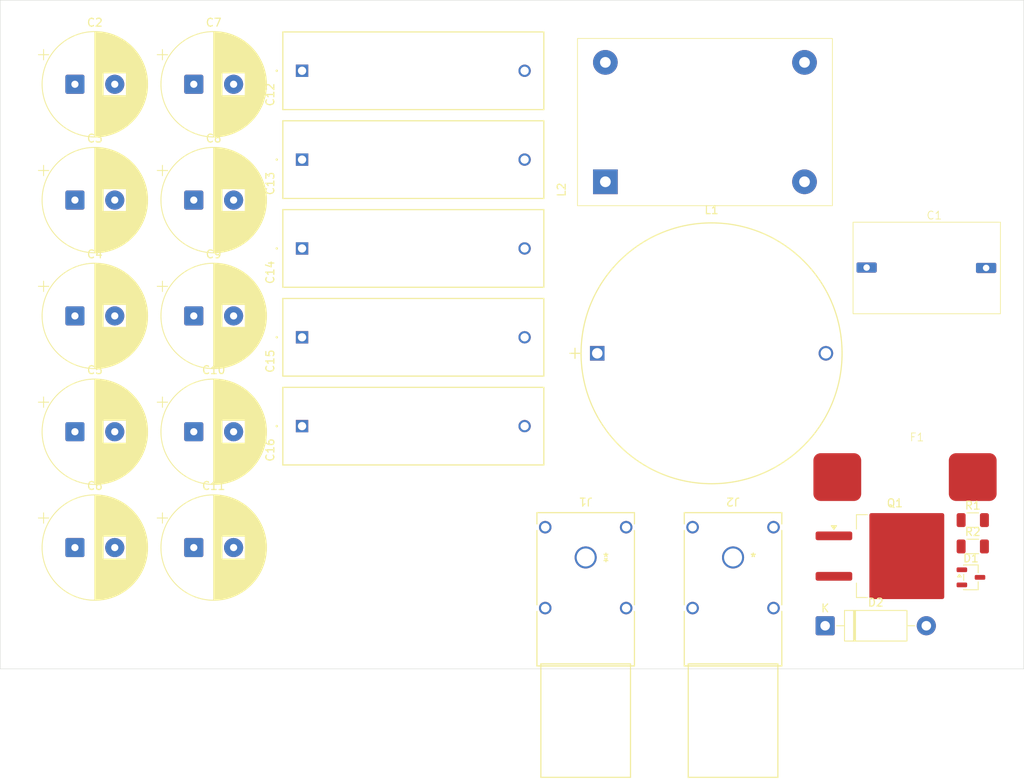
<source format=kicad_pcb>
(kicad_pcb (version 20241229) (generator "pcbnew") (generator_version "9.0")
  (layers (0 "F.Cu" signal) (2 "B.Cu" signal) (13 "F.Paste" user) (15 "B.Paste" user) (5 "F.SilkS" user "F.Silkscreen") (7 "B.SilkS" user "B.Silkscreen") (1 "F.Mask" user) (3 "B.Mask" user) (25 "Edge.Cuts" user))
  (net 0 "")
  (net 1 "-VIN")
  (net 2 "/EMI_Input_Filter/BUS+_RAW")
  (net 3 "/DC_Link_Caps/DC+")
  (net 4 "/DC_Link_Caps/DC-")
  (net 5 "+VIN")
  (net 6 "/EMI_Input_Filter/BUS+_Filtered")
  (net 7 "/EMI_Input_Filter/BUS-_Filtered")
  (net 8 "GND")
  (net 9 "/Input_Protection/Gate_node")
  (net 10 "/EMI_Input_Filter/+VIN_EMI")
  (net 11 "Net-(Q1-G)")
  (footprint "SiC_Inverter:MKP1848C52050JK2" (layer "F.Cu") (at 107.8936 57.52446)
    (property "Reference" "C13" (at -4 3 90) (layer "F.SilkS"))
    (property "Value" "2 uF")
    (pad "1" thru_hole rect (at 0 0) (size 1.5494 1.5494) (drill 1.0414) (layers "*.Cu" "*.Mask") (net 3 "/DC_Link_Caps/DC+"))
    (pad "2" thru_hole circle (at 27.94 0) (size 1.5494 1.5494) (drill 1.0414) (layers "*.Cu" "*.Mask") (net 4 "/DC_Link_Caps/DC-"))
  )
  (footprint "SiC_Inverter:MKP1848C52050JK2" (layer "F.Cu") (at 107.8936 46.36446)
    (property "Reference" "C12" (at -4 3 90) (layer "F.SilkS"))
    (property "Value" "2 uF")
    (pad "1" thru_hole rect (at 0 0) (size 1.5494 1.5494) (drill 1.0414) (layers "*.Cu" "*.Mask") (net 3 "/DC_Link_Caps/DC+"))
    (pad "2" thru_hole circle (at 27.94 0) (size 1.5494 1.5494) (drill 1.0414) (layers "*.Cu" "*.Mask") (net 4 "/DC_Link_Caps/DC-"))
  )
  (footprint "Package_TO_SOT_SMD:SOT-23-3" (layer "F.Cu") (at 191.8625 110)
    (property "Reference" "D1" (at 0 -2.4 0) (layer "F.SilkS"))
    (property "Value" "BZX84C15-7-F")
    (pad "1" smd roundrect (at -1.1375 -0.95) (size 1.325 0.6) (layers "F.Cu" "F.Mask" "F.Paste") (net 9 "/Input_Protection/Gate_node"))
    (pad "2" smd roundrect (at -1.1375 0.95) (size 1.325 0.6) (layers "F.Cu" "F.Mask" "F.Paste") (net 8 "GND"))
    (pad "3" smd roundrect (at 1.1375 0) (size 1.325 0.6) (layers "F.Cu" "F.Mask" "F.Paste"))
  )
  (footprint "SiC_Inverter:7448258022" (layer "F.Cu") (at 142.4712 63.30946)
    (property "Reference" "L2" (at -2 -2 90) (layer "F.SilkS"))
    (property "Value" "2.2 mH")
    (pad "1" thru_hole rect (at 3.5 -3) (size 3.1 3.1) (drill 1.35) (layers "*.Cu" "*.Mask") (net 2 "/EMI_Input_Filter/BUS+_RAW"))
    (pad "2" thru_hole circle (at 28.5 -3) (size 3.1 3.1) (drill 1.35) (layers "*.Cu" "*.Mask") (net 8 "GND"))
    (pad "3" thru_hole circle (at 28.5 -18) (size 3.1 3.1) (drill 1.35) (layers "*.Cu" "*.Mask") (net 7 "/EMI_Input_Filter/BUS-_Filtered"))
    (pad "4" thru_hole circle (at 3.5 -18) (size 3.1 3.1) (drill 1.35) (layers "*.Cu" "*.Mask") (net 6 "/EMI_Input_Filter/BUS+_Filtered"))
  )
  (footprint "SiC_Inverter:ESH226M500AL4AA" (layer "F.Cu") (at 79.380769 77.15946)
    (property "Reference" "C4" (at 2.5 -7.75 0) (layer "F.SilkS"))
    (property "Value" "22 uF")
    (pad "1" thru_hole roundrect (at 0 0) (size 2.4 2.4) (drill 0.9) (layers "*.Cu" "*.Mask") (roundrect_rratio 0.104167) (net 3 "/DC_Link_Caps/DC+"))
    (pad "2" thru_hole circle (at 5 0) (size 2.4 2.4) (drill 0.9) (layers "*.Cu" "*.Mask") (net 4 "/DC_Link_Caps/DC-"))
  )
  (footprint "SiC_Inverter:23AH8785-Black" (layer "F.Cu") (at 143.5 107.5 180)
    (property "Reference" "J1" (at 0 7 180) (layer "F.SilkS"))
    (property "Value" "23AH8785-Black")
    (fp_text user "*" (at -2.54 0 180) (layer "F.SilkS"))
    (fp_text user "*" (at -2.54 0 180) (layer "F.SilkS"))
    (pad "1" thru_hole circle (at 0 0 180) (size 2.7686 2.7686) (drill 2.2606) (layers "*.Cu" "*.Mask") (net 1 "-VIN"))
    (pad "2" thru_hole circle (at -5.08 3.799939 180) (size 1.5748 1.5748) (drill 1.0668) (layers "*.Cu" "*.Mask"))
    (pad "3" thru_hole circle (at 5.08 3.799939 180) (size 1.5748 1.5748) (drill 1.0668) (layers "*.Cu" "*.Mask"))
    (pad "4" thru_hole circle (at -5.08 -6.36 180) (size 1.5748 1.5748) (drill 1.0668) (layers "*.Cu" "*.Mask"))
    (pad "5" thru_hole circle (at 5.08 -6.36 180) (size 1.5748 1.5748) (drill 1.0668) (layers "*.Cu" "*.Mask"))
  )
  (footprint "SiC_Inverter:ESH226M500AL4AA" (layer "F.Cu") (at 79.380769 48.05946)
    (property "Reference" "C2" (at 2.5 -7.75 0) (layer "F.SilkS"))
    (property "Value" "22 uF")
    (pad "1" thru_hole roundrect (at 0 0) (size 2.4 2.4) (drill 0.9) (layers "*.Cu" "*.Mask") (roundrect_rratio 0.104167) (net 3 "/DC_Link_Caps/DC+"))
    (pad "2" thru_hole circle (at 5 0) (size 2.4 2.4) (drill 0.9) (layers "*.Cu" "*.Mask") (net 4 "/DC_Link_Caps/DC-"))
  )
  (footprint "SiC_Inverter:ESH226M500AL4AA" (layer "F.Cu") (at 79.380769 106.25946)
    (property "Reference" "C6" (at 2.5 -7.75 0) (layer "F.SilkS"))
    (property "Value" "22 uF")
    (pad "1" thru_hole roundrect (at 0 0) (size 2.4 2.4) (drill 0.9) (layers "*.Cu" "*.Mask") (roundrect_rratio 0.104167) (net 3 "/DC_Link_Caps/DC+"))
    (pad "2" thru_hole circle (at 5 0) (size 2.4 2.4) (drill 0.9) (layers "*.Cu" "*.Mask") (net 4 "/DC_Link_Caps/DC-"))
  )
  (footprint "SiC_Inverter:ESH226M500AL4AA" (layer "F.Cu") (at 79.380769 91.70946)
    (property "Reference" "C5" (at 2.5 -7.75 0) (layer "F.SilkS"))
    (property "Value" "22 uF")
    (pad "1" thru_hole roundrect (at 0 0) (size 2.4 2.4) (drill 0.9) (layers "*.Cu" "*.Mask") (roundrect_rratio 0.104167) (net 3 "/DC_Link_Caps/DC+"))
    (pad "2" thru_hole circle (at 5 0) (size 2.4 2.4) (drill 0.9) (layers "*.Cu" "*.Mask") (net 4 "/DC_Link_Caps/DC-"))
  )
  (footprint "SiC_Inverter:23AH8786-Red" (layer "F.Cu") (at 162 107.5 180)
    (property "Reference" "J2" (at 0 7 180) (layer "F.SilkS"))
    (property "Value" "23AH8786-Red")
    (fp_text user "*" (at -2.54 0 180) (layer "F.SilkS"))
    (fp_text user "*" (at -2.54 0 0) (layer "F.SilkS"))
    (pad "1" thru_hole circle (at 0 0 180) (size 2.7686 2.7686) (drill 2.2606) (layers "*.Cu" "*.Mask") (net 5 "+VIN"))
    (pad "2" thru_hole circle (at -5.08 3.799939 180) (size 1.5748 1.5748) (drill 1.0668) (layers "*.Cu" "*.Mask"))
    (pad "3" thru_hole circle (at 5.08 3.799939 180) (size 1.5748 1.5748) (drill 1.0668) (layers "*.Cu" "*.Mask"))
    (pad "4" thru_hole circle (at -5.08 -6.36 180) (size 1.5748 1.5748) (drill 1.0668) (layers "*.Cu" "*.Mask"))
    (pad "5" thru_hole circle (at 5.08 -6.36 180) (size 1.5748 1.5748) (drill 1.0668) (layers "*.Cu" "*.Mask"))
  )
  (footprint "SiC_Inverter:ESH226M500AL4AA" (layer "F.Cu") (at 94.300338 77.15946)
    (property "Reference" "C9" (at 2.5 -7.75 0) (layer "F.SilkS"))
    (property "Value" "22 uF")
    (pad "1" thru_hole roundrect (at 0 0) (size 2.4 2.4) (drill 0.9) (layers "*.Cu" "*.Mask") (roundrect_rratio 0.104167) (net 3 "/DC_Link_Caps/DC+"))
    (pad "2" thru_hole circle (at 5 0) (size 2.4 2.4) (drill 0.9) (layers "*.Cu" "*.Mask") (net 4 "/DC_Link_Caps/DC-"))
  )
  (footprint "Package_TO_SOT_SMD:TO-263-2" (layer "F.Cu") (at 182.3125 107.33)
    (property "Reference" "Q1" (at 0 -6.65 0) (layer "F.SilkS"))
    (property "Value" "STB10NK60ZT4")
    (pad "1" smd roundrect (at -7.65 -2.54) (size 4.6 1.1) (layers "F.Cu" "F.Mask" "F.Paste") (roundrect_rratio 0.227273) (net 11 "Net-(Q1-G)"))
    (pad "2" smd roundrect (at 1.5 0) (size 9.4 10.8) (layers "F.Cu" "F.Mask") (roundrect_rratio 0.026596) (net 1 "-VIN"))
    (pad "3" smd roundrect (at -7.65 2.54) (size 4.6 1.1) (layers "F.Cu" "F.Mask" "F.Paste") (roundrect_rratio 0.227273) (net 8 "GND"))
  )
  (footprint "SiC_Inverter:R71PI410050H6K" (layer "F.Cu") (at 177.0662 76.88446)
    (property "Reference" "C1" (at 10.2 -12.35 0) (layer "F.SilkS") (effects (font (thickness 0.1))))
    (property "Value" "1 uF")
    (pad "1" thru_hole roundrect (at 1.7 -5.8) (size 2.54 1.27) (drill 0.81) (layers "*.Cu" "*.Mask") (roundrect_rratio 0.15) (net 2 "/EMI_Input_Filter/BUS+_RAW"))
    (pad "2" thru_hole roundrect (at 16.7 -5.75) (size 2.54 1.27) (drill 0.81) (layers "*.Cu" "*.Mask") (roundrect_rratio 0.15) (net 8 "GND"))
  )
  (footprint "Resistor_SMD:R_1206_3216Metric" (layer "F.Cu") (at 192.0925 106.12)
    (property "Reference" "R2" (at 0 -1.83 0) (layer "F.SilkS"))
    (property "Value" "47")
    (pad "1" smd roundrect (at -1.4625 0) (size 1.125 1.75) (layers "F.Cu" "F.Mask" "F.Paste") (roundrect_rratio 0.222222) (net 11 "Net-(Q1-G)"))
    (pad "2" smd roundrect (at 1.4625 0) (size 1.125 1.75) (layers "F.Cu" "F.Mask" "F.Paste") (roundrect_rratio 0.222222) (net 9 "/Input_Protection/Gate_node"))
  )
  (footprint "SiC_Inverter:ESH226M500AL4AA" (layer "F.Cu") (at 94.300338 91.70946)
    (property "Reference" "C10" (at 2.5 -7.75 0) (layer "F.SilkS"))
    (property "Value" "22 uF")
    (pad "1" thru_hole roundrect (at 0 0) (size 2.4 2.4) (drill 0.9) (layers "*.Cu" "*.Mask") (roundrect_rratio 0.104167) (net 3 "/DC_Link_Caps/DC+"))
    (pad "2" thru_hole circle (at 5 0) (size 2.4 2.4) (drill 0.9) (layers "*.Cu" "*.Mask") (net 4 "/DC_Link_Caps/DC-"))
  )
  (footprint "SiC_Inverter:MKP1848C52050JK2" (layer "F.Cu") (at 107.8936 91.00446)
    (property "Reference" "C16" (at -4 3 90) (layer "F.SilkS"))
    (property "Value" "2 uF")
    (pad "1" thru_hole rect (at 0 0) (size 1.5494 1.5494) (drill 1.0414) (layers "*.Cu" "*.Mask") (net 3 "/DC_Link_Caps/DC+"))
    (pad "2" thru_hole circle (at 27.94 0) (size 1.5494 1.5494) (drill 1.0414) (layers "*.Cu" "*.Mask") (net 4 "/DC_Link_Caps/DC-"))
  )
  (footprint "SiC_Inverter:ESH226M500AL4AA" (layer "F.Cu") (at 79.380769 62.60946)
    (property "Reference" "C3" (at 2.5 -7.75 0) (layer "F.SilkS"))
    (property "Value" "22 uF")
    (pad "1" thru_hole roundrect (at 0 0) (size 2.4 2.4) (drill 0.9) (layers "*.Cu" "*.Mask") (roundrect_rratio 0.104167) (net 3 "/DC_Link_Caps/DC+"))
    (pad "2" thru_hole circle (at 5 0) (size 2.4 2.4) (drill 0.9) (layers "*.Cu" "*.Mask") (net 4 "/DC_Link_Caps/DC-"))
  )
  (footprint "SiC_Inverter:MKP1848C52050JK2" (layer "F.Cu") (at 107.8936 79.84446)
    (property "Reference" "C15" (at -4 3 90) (layer "F.SilkS"))
    (property "Value" "2 uF")
    (pad "1" thru_hole rect (at 0 0) (size 1.5494 1.5494) (drill 1.0414) (layers "*.Cu" "*.Mask") (net 3 "/DC_Link_Caps/DC+"))
    (pad "2" thru_hole circle (at 27.94 0) (size 1.5494 1.5494) (drill 1.0414) (layers "*.Cu" "*.Mask") (net 4 "/DC_Link_Caps/DC-"))
  )
  (footprint "SiC_Inverter:ESH226M500AL4AA" (layer "F.Cu") (at 94.300338 62.60946)
    (property "Reference" "C8" (at 2.5 -7.75 0) (layer "F.SilkS"))
    (property "Value" "22 uF")
    (pad "1" thru_hole roundrect (at 0 0) (size 2.4 2.4) (drill 0.9) (layers "*.Cu" "*.Mask") (roundrect_rratio 0.104167) (net 3 "/DC_Link_Caps/DC+"))
    (pad "2" thru_hole circle (at 5 0) (size 2.4 2.4) (drill 0.9) (layers "*.Cu" "*.Mask") (net 4 "/DC_Link_Caps/DC-"))
  )
  (footprint "SiC_Inverter:ESH226M500AL4AA" (layer "F.Cu") (at 94.300338 106.25946)
    (property "Reference" "C11" (at 2.5 -7.75 0) (layer "F.SilkS"))
    (property "Value" "22 uF")
    (pad "1" thru_hole roundrect (at 0 0) (size 2.4 2.4) (drill 0.9) (layers "*.Cu" "*.Mask") (roundrect_rratio 0.104167) (net 3 "/DC_Link_Caps/DC+"))
    (pad "2" thru_hole circle (at 5 0) (size 2.4 2.4) (drill 0.9) (layers "*.Cu" "*.Mask") (net 4 "/DC_Link_Caps/DC-"))
  )
  (footprint "SiC_Inverter:MKP1848C52050JK2" (layer "F.Cu") (at 107.8936 68.68446)
    (property "Reference" "C14" (at -4 3 90) (layer "F.SilkS"))
    (property "Value" "2 uF")
    (pad "1" thru_hole rect (at 0 0) (size 1.5494 1.5494) (drill 1.0414) (layers "*.Cu" "*.Mask") (net 3 "/DC_Link_Caps/DC+"))
    (pad "2" thru_hole circle (at 27.94 0) (size 1.5494 1.5494) (drill 1.0414) (layers "*.Cu" "*.Mask") (net 4 "/DC_Link_Caps/DC-"))
  )
  (footprint "SiC_Inverter:2300HT_470" (layer "F.Cu") (at 144.9514 81.85716)
    (property "Reference" "L1" (at 14.351 -18 0) (layer "F.SilkS"))
    (property "Value" "47 uH")
    (pad "1" thru_hole rect (at 0 0) (size 1.8288 1.8288) (drill 1.3208) (layers "*.Cu" "*.Mask") (net 10 "/EMI_Input_Filter/+VIN_EMI"))
    (pad "2" thru_hole circle (at 28.702 0) (size 1.8288 1.8288) (drill 1.3208) (layers "*.Cu" "*.Mask") (net 2 "/EMI_Input_Filter/BUS+_RAW"))
  )
  (footprint "Diode_THT:D_DO-15_P12.70mm_Horizontal" (layer "F.Cu") (at 173.5625 116.08)
    (property "Reference" "D2" (at 6.35 -2.92 0) (layer "F.SilkS"))
    (property "Value" "P6KE500A-HF")
    (fp_text user "K" (at 0 -2.2 0) (layer "F.SilkS"))
    (pad "1" thru_hole roundrect (at 0 0) (size 2.4 2.4) (drill 1.2) (layers "*.Cu" "*.Mask") (roundrect_rratio 0.104167) (net 10 "/EMI_Input_Filter/+VIN_EMI"))
    (pad "2" thru_hole circle (at 12.7 0) (size 2.4 2.4) (drill 1.2) (layers "*.Cu" "*.Mask") (net 8 "GND"))
  )
  (footprint "Resistor_SMD:R_1206_3216Metric" (layer "F.Cu") (at 192.0925 102.81)
    (property "Reference" "R1" (at 0 -1.83 0) (layer "F.SilkS"))
    (property "Value" "100K")
    (pad "1" smd roundrect (at -1.4625 0) (size 1.125 1.75) (layers "F.Cu" "F.Mask" "F.Paste") (roundrect_rratio 0.222222) (net 8 "GND"))
    (pad "2" smd roundrect (at 1.4625 0) (size 1.125 1.75) (layers "F.Cu" "F.Mask" "F.Paste") (roundrect_rratio 0.222222) (net 9 "/Input_Protection/Gate_node"))
  )
  (footprint "SiC_Inverter:ESH226M500AL4AA" (layer "F.Cu") (at 94.300338 48.05946)
    (property "Reference" "C7" (at 2.5 -7.75 0) (layer "F.SilkS"))
    (property "Value" "22 uF")
    (pad "1" thru_hole roundrect (at 0 0) (size 2.4 2.4) (drill 0.9) (layers "*.Cu" "*.Mask") (roundrect_rratio 0.104167) (net 3 "/DC_Link_Caps/DC+"))
    (pad "2" thru_hole circle (at 5 0) (size 2.4 2.4) (drill 0.9) (layers "*.Cu" "*.Mask") (net 4 "/DC_Link_Caps/DC-"))
  )
  (footprint "SiC_Inverter:0031.8322" (layer "F.Cu") (at 189.0875 100.405)
    (property "Reference" "F1" (at -4 -8 0) (layer "F.SilkS") (effects (font (thickness 0.1))))
    (property "Value" "0031.8322")
    (pad "1" smd roundrect (at -14 -3) (size 6 6) (layers "F.Cu" "F.Mask" "F.Paste") (roundrect_rratio 0.15) (net 5 "+VIN"))
    (pad "2" smd roundrect (at 3 -3) (size 6 6) (layers "F.Cu" "F.Mask" "F.Paste") (roundrect_rratio 0.15) (net 10 "/EMI_Input_Filter/+VIN_EMI"))
  )
  (gr_rect (start 70 37.5) (end 198.5 121.5) (stroke (width 0.05)) (fill no) (layer "Edge.Cuts"))
)
</source>
